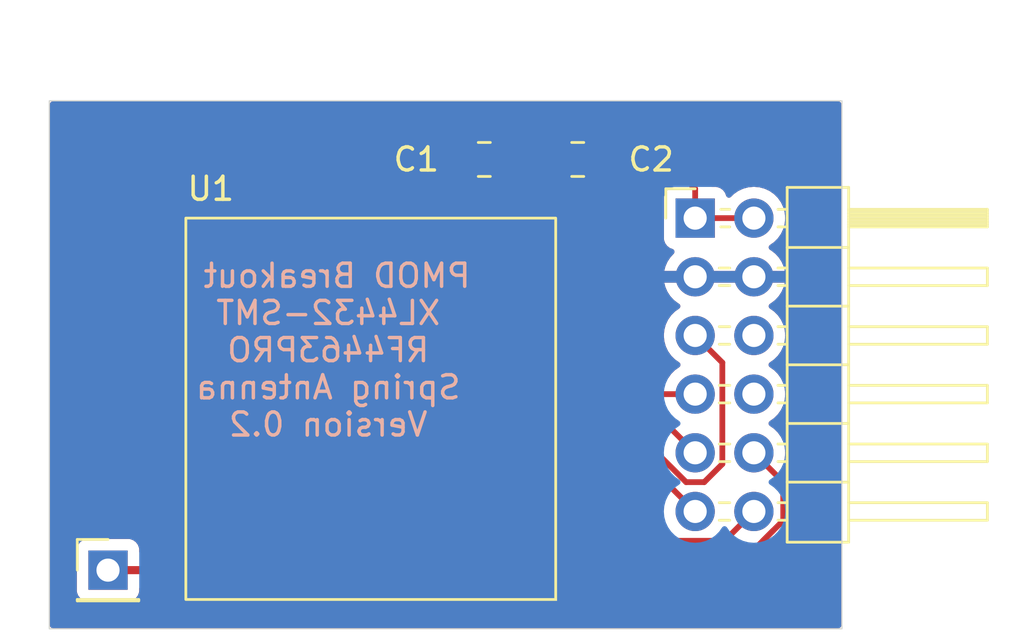
<source format=kicad_pcb>
(kicad_pcb (version 20221018) (generator pcbnew)
  (layers (0 "F.Cu" signal) (31 "B.Cu" signal) (34 "B.Paste" user) (35 "F.Paste" user) (36 "B.SilkS" user "B.Silkscreen") (37 "F.SilkS" user "F.Silkscreen") (38 "B.Mask" user) (39 "F.Mask" user) (44 "Edge.Cuts" user))
  (net 0 "")
  (net 1 "GND")
  (net 2 "nRESET")
  (net 3 "nCS")
  (net 4 "SCK")
  (net 5 "MOSI")
  (net 6 "MISO")
  (net 7 "VCC")
  (net 10 "Net-(J2-Pin_1)")
  (net 13 "IRQ")
  (footprint "Connector_PinHeader_2.54mm:PinHeader_2x06_P2.54mm_Horizontal" (layer "F.Cu") (at 149.86 43.18)
    (fp_text reference "J1" hide)
    (fp_text value "Conn_02x06_Odd_Even")
    (fp_line (start -1.27 -1.27) (end 0 -1.27) (stroke (width 0.12)) (layer "F.SilkS"))
    (fp_line (start -1.27 0) (end -1.27 -1.27) (stroke (width 0.12)) (layer "F.SilkS"))
    (fp_line (start 1.042929 2.16) (end 1.497071 2.16) (stroke (width 0.12)) (layer "F.SilkS"))
    (fp_line (start 1.042929 2.92) (end 1.497071 2.92) (stroke (width 0.12)) (layer "F.SilkS"))
    (fp_line (start 1.042929 4.7) (end 1.497071 4.7) (stroke (width 0.12)) (layer "F.SilkS"))
    (fp_line (start 1.042929 5.46) (end 1.497071 5.46) (stroke (width 0.12)) (layer "F.SilkS"))
    (fp_line (start 1.042929 7.24) (end 1.497071 7.24) (stroke (width 0.12)) (layer "F.SilkS"))
    (fp_line (start 1.042929 8) (end 1.497071 8) (stroke (width 0.12)) (layer "F.SilkS"))
    (fp_line (start 1.042929 9.78) (end 1.497071 9.78) (stroke (width 0.12)) (layer "F.SilkS"))
    (fp_line (start 1.042929 10.54) (end 1.497071 10.54) (stroke (width 0.12)) (layer "F.SilkS"))
    (fp_line (start 1.042929 12.32) (end 1.497071 12.32) (stroke (width 0.12)) (layer "F.SilkS"))
    (fp_line (start 1.042929 13.08) (end 1.497071 13.08) (stroke (width 0.12)) (layer "F.SilkS"))
    (fp_line (start 1.11 -0.38) (end 1.497071 -0.38) (stroke (width 0.12)) (layer "F.SilkS"))
    (fp_line (start 1.11 0.38) (end 1.497071 0.38) (stroke (width 0.12)) (layer "F.SilkS"))
    (fp_line (start 3.582929 -0.38) (end 3.98 -0.38) (stroke (width 0.12)) (layer "F.SilkS"))
    (fp_line (start 3.582929 0.38) (end 3.98 0.38) (stroke (width 0.12)) (layer "F.SilkS"))
    (fp_line (start 3.582929 2.16) (end 3.98 2.16) (stroke (width 0.12)) (layer "F.SilkS"))
    (fp_line (start 3.582929 2.92) (end 3.98 2.92) (stroke (width 0.12)) (layer "F.SilkS"))
    (fp_line (start 3.582929 4.7) (end 3.98 4.7) (stroke (width 0.12)) (layer "F.SilkS"))
    (fp_line (start 3.582929 5.46) (end 3.98 5.46) (stroke (width 0.12)) (layer "F.SilkS"))
    (fp_line (start 3.582929 7.24) (end 3.98 7.24) (stroke (width 0.12)) (layer "F.SilkS"))
    (fp_line (start 3.582929 8) (end 3.98 8) (stroke (width 0.12)) (layer "F.SilkS"))
    (fp_line (start 3.582929 9.78) (end 3.98 9.78) (stroke (width 0.12)) (layer "F.SilkS"))
    (fp_line (start 3.582929 10.54) (end 3.98 10.54) (stroke (width 0.12)) (layer "F.SilkS"))
    (fp_line (start 3.582929 12.32) (end 3.98 12.32) (stroke (width 0.12)) (layer "F.SilkS"))
    (fp_line (start 3.582929 13.08) (end 3.98 13.08) (stroke (width 0.12)) (layer "F.SilkS"))
    (fp_line (start 3.98 -1.33) (end 3.98 14.03) (stroke (width 0.12)) (layer "F.SilkS"))
    (fp_line (start 3.98 1.27) (end 6.64 1.27) (stroke (width 0.12)) (layer "F.SilkS"))
    (fp_line (start 3.98 3.81) (end 6.64 3.81) (stroke (width 0.12)) (layer "F.SilkS"))
    (fp_line (start 3.98 6.35) (end 6.64 6.35) (stroke (width 0.12)) (layer "F.SilkS"))
    (fp_line (start 3.98 8.89) (end 6.64 8.89) (stroke (width 0.12)) (layer "F.SilkS"))
    (fp_line (start 3.98 11.43) (end 6.64 11.43) (stroke (width 0.12)) (layer "F.SilkS"))
    (fp_line (start 3.98 14.03) (end 6.64 14.03) (stroke (width 0.12)) (layer "F.SilkS"))
    (fp_line (start 6.64 -1.33) (end 3.98 -1.33) (stroke (width 0.12)) (layer "F.SilkS"))
    (fp_line (start 6.64 -0.38) (end 12.64 -0.38) (stroke (width 0.12)) (layer "F.SilkS"))
    (fp_line (start 6.64 -0.32) (end 12.64 -0.32) (stroke (width 0.12)) (layer "F.SilkS"))
    (fp_line (start 6.64 -0.2) (end 12.64 -0.2) (stroke (width 0.12)) (layer "F.SilkS"))
    (fp_line (start 6.64 -0.08) (end 12.64 -0.08) (stroke (width 0.12)) (layer "F.SilkS"))
    (fp_line (start 6.64 0.04) (end 12.64 0.04) (stroke (width 0.12)) (layer "F.SilkS"))
    (fp_line (start 6.64 0.16) (end 12.64 0.16) (stroke (width 0.12)) (layer "F.SilkS"))
    (fp_line (start 6.64 0.28) (end 12.64 0.28) (stroke (width 0.12)) (layer "F.SilkS"))
    (fp_line (start 6.64 2.16) (end 12.64 2.16) (stroke (width 0.12)) (layer "F.SilkS"))
    (fp_line (start 6.64 4.7) (end 12.64 4.7) (stroke (width 0.12)) (layer "F.SilkS"))
    (fp_line (start 6.64 7.24) (end 12.64 7.24) (stroke (width 0.12)) (layer "F.SilkS"))
    (fp_line (start 6.64 9.78) (end 12.64 9.78) (stroke (width 0.12)) (layer "F.SilkS"))
    (fp_line (start 6.64 12.32) (end 12.64 12.32) (stroke (width 0.12)) (layer "F.SilkS"))
    (fp_line (start 6.64 14.03) (end 6.64 -1.33) (stroke (width 0.12)) (layer "F.SilkS"))
    (fp_line (start 12.64 -0.38) (end 12.64 0.38) (stroke (width 0.12)) (layer "F.SilkS"))
    (fp_line (start 12.64 0.38) (end 6.64 0.38) (stroke (width 0.12)) (layer "F.SilkS"))
    (fp_line (start 12.64 2.16) (end 12.64 2.92) (stroke (width 0.12)) (layer "F.SilkS"))
    (fp_line (start 12.64 2.92) (end 6.64 2.92) (stroke (width 0.12)) (layer "F.SilkS"))
    (fp_line (start 12.64 4.7) (end 12.64 5.46) (stroke (width 0.12)) (layer "F.SilkS"))
    (fp_line (start 12.64 5.46) (end 6.64 5.46) (stroke (width 0.12)) (layer "F.SilkS"))
    (fp_line (start 12.64 7.24) (end 12.64 8) (stroke (width 0.12)) (layer "F.SilkS"))
    (fp_line (start 12.64 8) (end 6.64 8) (stroke (width 0.12)) (layer "F.SilkS"))
    (fp_line (start 12.64 9.78) (end 12.64 10.54) (stroke (width 0.12)) (layer "F.SilkS"))
    (fp_line (start 12.64 10.54) (end 6.64 10.54) (stroke (width 0.12)) (layer "F.SilkS"))
    (fp_line (start 12.64 12.32) (end 12.64 13.08) (stroke (width 0.12)) (layer "F.SilkS"))
    (fp_line (start 12.64 13.08) (end 6.64 13.08) (stroke (width 0.12)) (layer "F.SilkS"))
    (pad "1" thru_hole rect (at 0 0) (size 1.7 1.7) (drill 1) (layers "*.Cu" "*.Mask") (net 7 "VCC"))
    (pad "2" thru_hole oval (at 2.54 0) (size 1.7 1.7) (drill 1) (layers "*.Cu" "*.Mask") (net 7 "VCC"))
    (pad "3" thru_hole oval (at 0 2.54) (size 1.7 1.7) (drill 1) (layers "*.Cu" "*.Mask") (net 1 "GND"))
    (pad "4" thru_hole oval (at 2.54 2.54) (size 1.7 1.7) (drill 1) (layers "*.Cu" "*.Mask") (net 1 "GND"))
    (pad "5" thru_hole oval (at 0 5.08) (size 1.7 1.7) (drill 1) (layers "*.Cu" "*.Mask") (net 4 "SCK"))
    (pad "6" thru_hole oval (at 2.54 5.08) (size 1.7 1.7) (drill 1) (layers "*.Cu" "*.Mask"))
    (pad "7" thru_hole oval (at 0 7.62) (size 1.7 1.7) (drill 1) (layers "*.Cu" "*.Mask") (net 6 "MISO"))
    (pad "8" thru_hole oval (at 2.54 7.62) (size 1.7 1.7) (drill 1) (layers "*.Cu" "*.Mask"))
    (pad "9" thru_hole oval (at 0 10.16) (size 1.7 1.7) (drill 1) (layers "*.Cu" "*.Mask") (net 5 "MOSI"))
    (pad "10" thru_hole oval (at 2.54 10.16) (size 1.7 1.7) (drill 1) (layers "*.Cu" "*.Mask") (net 2 "nRESET"))
    (pad "11" thru_hole oval (at 0 12.7) (size 1.7 1.7) (drill 1) (layers "*.Cu" "*.Mask") (net 3 "nCS"))
    (pad "12" thru_hole oval (at 2.54 12.7) (size 1.7 1.7) (drill 1) (layers "*.Cu" "*.Mask") (net 13 "IRQ"))
  )
  (footprint "AvS_Modules:AS4432-SMD" (layer "F.Cu") (at 135.89 52.07 180)
    (fp_text reference "U1" (at 6.985 10.16 unlocked) (layer "F.SilkS"))
    (fp_text value "AS4432-SMD")
    (fp_rect (start -7.9365 -7.62) (end 8.0635 8.89) (stroke (width 0.12)) (fill none) (layer "F.SilkS"))
    (pad "1" smd roundrect (at -8.128 7.62 180) (size 2 1) (layers "F.Cu" "F.Paste" "F.Mask") (net 1 "GND"))
    (pad "2" smd roundrect (at -8.128 6.35 180) (size 2 1) (layers "F.Cu" "F.Paste" "F.Mask"))
    (pad "3" smd roundrect (at -8.128 5.08 180) (size 2 1) (layers "F.Cu" "F.Paste" "F.Mask"))
    (pad "4" smd roundrect (at -8.128 3.81 180) (size 2 1) (layers "F.Cu" "F.Paste" "F.Mask"))
    (pad "5" smd roundrect (at -8.128 2.54 180) (size 2 1) (layers "F.Cu" "F.Paste" "F.Mask") (net 7 "VCC"))
    (pad "6" smd roundrect (at -8.128 1.27 180) (size 2 1) (layers "F.Cu" "F.Paste" "F.Mask") (net 6 "MISO"))
    (pad "7" smd roundrect (at -8.128 0 180) (size 2 1) (layers "F.Cu" "F.Paste" "F.Mask") (net 5 "MOSI"))
    (pad "8" smd roundrect (at -8.128 -1.27 180) (size 2 1) (layers "F.Cu" "F.Paste" "F.Mask") (net 4 "SCK"))
    (pad "9" smd roundrect (at -8.128 -2.54 180) (size 2 1) (layers "F.Cu" "F.Paste" "F.Mask") (net 3 "nCS"))
    (pad "10" smd roundrect (at -8.128 -3.81 180) (size 2 1) (layers "F.Cu" "F.Paste" "F.Mask") (net 13 "IRQ"))
    (pad "11" smd roundrect (at -8.128 -5.08 180) (size 2 1) (layers "F.Cu" "F.Paste" "F.Mask") (net 2 "nRESET"))
    (pad "12" smd roundrect (at -8.128 -6.35 180) (size 2 1) (layers "F.Cu" "F.Paste" "F.Mask") (net 1 "GND"))
    (pad "13" smd roundrect (at 8.128 -6.35 180) (size 2 1) (layers "F.Cu" "F.Paste" "F.Mask") (net 10 "Net-(J2-Pin_1)"))
    (pad "14" smd roundrect (at 8.128 -5.08 180) (size 2 1) (layers "F.Cu" "F.Paste" "F.Mask") (net 1 "GND"))
  )
  (footprint "Capacitor_SMD:C_0805_2012Metric_Pad1.18x1.45mm_HandSolder" (layer "F.Cu") (at 140.7375 40.64 180)
    (fp_text reference "C1" (at 2.9425 0) (layer "F.SilkS"))
    (fp_text value "C_Small")
    (fp_line (start -0.261252 -0.735) (end 0.261252 -0.735) (stroke (width 0.12)) (layer "F.SilkS"))
    (fp_line (start -0.261252 0.735) (end 0.261252 0.735) (stroke (width 0.12)) (layer "F.SilkS"))
    (pad "1" smd roundrect (at -1.0375 0 180) (size 1.175 1.45) (layers "F.Cu" "F.Paste" "F.Mask") (roundrect_rratio 0.2127659574) (net 7 "VCC"))
    (pad "2" smd roundrect (at 1.0375 0 180) (size 1.175 1.45) (layers "F.Cu" "F.Paste" "F.Mask") (roundrect_rratio 0.2127659574) (net 1 "GND"))
  )
  (footprint "Capacitor_SMD:C_0805_2012Metric_Pad1.18x1.45mm_HandSolder" (layer "F.Cu") (at 144.78 40.64)
    (fp_text reference "C2" (at 3.175 0) (layer "F.SilkS"))
    (fp_text value "C_Small")
    (fp_line (start -0.261252 -0.735) (end 0.261252 -0.735) (stroke (width 0.12)) (layer "F.SilkS"))
    (fp_line (start -0.261252 0.735) (end 0.261252 0.735) (stroke (width 0.12)) (layer "F.SilkS"))
    (pad "1" smd roundrect (at -1.0375 0) (size 1.175 1.45) (layers "F.Cu" "F.Paste" "F.Mask") (roundrect_rratio 0.2127659574) (net 7 "VCC"))
    (pad "2" smd roundrect (at 1.0375 0) (size 1.175 1.45) (layers "F.Cu" "F.Paste" "F.Mask") (roundrect_rratio 0.2127659574) (net 1 "GND"))
  )
  (footprint "Connector_PinHeader_2.54mm:PinHeader_1x01_P2.54mm_Vertical" (layer "F.Cu") (at 124.46 58.42)
    (fp_text reference "J2" hide)
    (fp_text value "Conn_01x01")
    (fp_line (start -1.33 -1.33) (end 0 -1.33) (stroke (width 0.12)) (layer "F.SilkS"))
    (fp_line (start -1.33 0) (end -1.33 -1.33) (stroke (width 0.12)) (layer "F.SilkS"))
    (fp_line (start -1.33 1.27) (end -1.33 1.33) (stroke (width 0.12)) (layer "F.SilkS"))
    (fp_line (start -1.33 1.27) (end 1.33 1.27) (stroke (width 0.12)) (layer "F.SilkS"))
    (fp_line (start -1.33 1.33) (end 1.33 1.33) (stroke (width 0.12)) (layer "F.SilkS"))
    (fp_line (start 1.33 1.27) (end 1.33 1.33) (stroke (width 0.12)) (layer "F.SilkS"))
    (pad "1" thru_hole rect (at 0 0) (size 1.7 1.7) (drill 1) (layers "*.Cu" "*.Mask") (net 10 "Net-(J2-Pin_1)"))
  )
  (gr_rect (start 121.92 38.1) (end 156.21 60.96) (stroke (width 0.05)) (fill none) (layer "Edge.Cuts"))
  (gr_text "PMOD Breakout \nXL4432-SMT\nRF4463PRO\nSpring Antenna\nVersion 0.2" (at 133.985 48.895) (layer "B.SilkS") (effects (font (size 1 1)) (justify mirror)))
  (segment (start 143.8265 57.15) (end 147.953604 57.15) (width 0.25) (layer "F.Cu") (net 2))
  (segment (start 152.341701 57.6) (end 153.23085 56.71085) (width 0.25) (layer "F.Cu") (net 2))
  (segment (start 152.791701 57.15) (end 153.67 56.271701) (width 0.25) (layer "F.Cu") (net 2))
  (segment (start 153.67 54.61) (end 152.4 53.34) (width 0.25) (layer "F.Cu") (net 2))
  (segment (start 153.67 56.271701) (end 153.67 54.61) (width 0.25) (layer "F.Cu") (net 2))
  (segment (start 147.953604 57.15) (end 148.403604 57.6) (width 0.25) (layer "F.Cu") (net 2))
  (segment (start 148.403604 57.6) (end 152.341701 57.6) (width 0.25) (layer "F.Cu") (net 2))
  (segment (start 148.59 54.61) (end 143.8265 54.61) (width 0.25) (layer "F.Cu") (net 3))
  (segment (start 149.86 55.88) (end 148.59 54.61) (width 0.25) (layer "F.Cu") (net 3))
  (segment (start 149.468299 54.61) (end 150.251701 54.61) (width 0.25) (layer "F.Cu") (net 4))
  (segment (start 150.251701 54.61) (end 151.035 53.826701) (width 0.25) (layer "F.Cu") (net 4))
  (segment (start 151.035 53.826701) (end 151.035 49.435) (width 0.25) (layer "F.Cu") (net 4))
  (segment (start 143.8265 53.34) (end 148.198299 53.34) (width 0.25) (layer "F.Cu") (net 4))
  (segment (start 151.035 49.435) (end 149.86 48.26) (width 0.25) (layer "F.Cu") (net 4))
  (segment (start 148.198299 53.34) (end 149.468299 54.61) (width 0.25) (layer "F.Cu") (net 4))
  (segment (start 143.8265 52.07) (end 148.59 52.07) (width 0.25) (layer "F.Cu") (net 5))
  (segment (start 148.59 52.07) (end 149.86 53.34) (width 0.25) (layer "F.Cu") (net 5))
  (segment (start 143.8265 50.8) (end 149.86 50.8) (width 0.25) (layer "F.Cu") (net 6))
  (segment (start 143.283327 49.53) (end 141.775 48.021673) (width 0.25) (layer "F.Cu") (net 7))
  (segment (start 143.7425 40.4075) (end 144.78 39.37) (width 0.25) (layer "F.Cu") (net 7))
  (segment (start 141.775 40.64) (end 143.7425 40.64) (width 0.25) (layer "F.Cu") (net 7))
  (segment (start 141.775 48.021673) (end 141.775 40.64) (width 0.25) (layer "F.Cu") (net 7))
  (segment (start 147.32 39.37) (end 149.86 41.91) (width 0.25) (layer "F.Cu") (net 7))
  (segment (start 149.86 43.18) (end 152.4 43.18) (width 0.25) (layer "F.Cu") (net 7))
  (segment (start 144.78 39.37) (end 147.32 39.37) (width 0.25) (layer "F.Cu") (net 7))
  (segment (start 143.7425 40.64) (end 143.7425 40.4075) (width 0.25) (layer "F.Cu") (net 7))
  (segment (start 143.8265 49.53) (end 143.283327 49.53) (width 0.25) (layer "F.Cu") (net 7))
  (segment (start 149.86 41.91) (end 149.86 43.18) (width 0.25) (layer "F.Cu") (net 7))
  (segment (start 127.8265 58.42) (end 124.46 58.42) (width 0.35) (layer "F.Cu") (net 10))
  (segment (start 147.32 55.88) (end 143.8265 55.88) (width 0.25) (layer "F.Cu") (net 13))
  (segment (start 152.4 55.88) (end 151.13 57.15) (width 0.25) (layer "F.Cu") (net 13))
  (segment (start 148.59 57.15) (end 147.32 55.88) (width 0.25) (layer "F.Cu") (net 13))
  (segment (start 151.13 57.15) (end 148.59 57.15) (width 0.25) (layer "F.Cu") (net 13))
  (zone (net 1) (net_name "GND") (layers "F&B.Cu") (connect_pads (clearance 0.5)) (min_thickness 0.254) (fill yes (thermal_gap 0.508) (thermal_bridge_width 0.508))
    (polygon (pts (xy 157.48 60.96) (xy 121.92 60.96) (xy 121.92 38.1) (xy 157.48 38.1)))
  )
)
</source>
